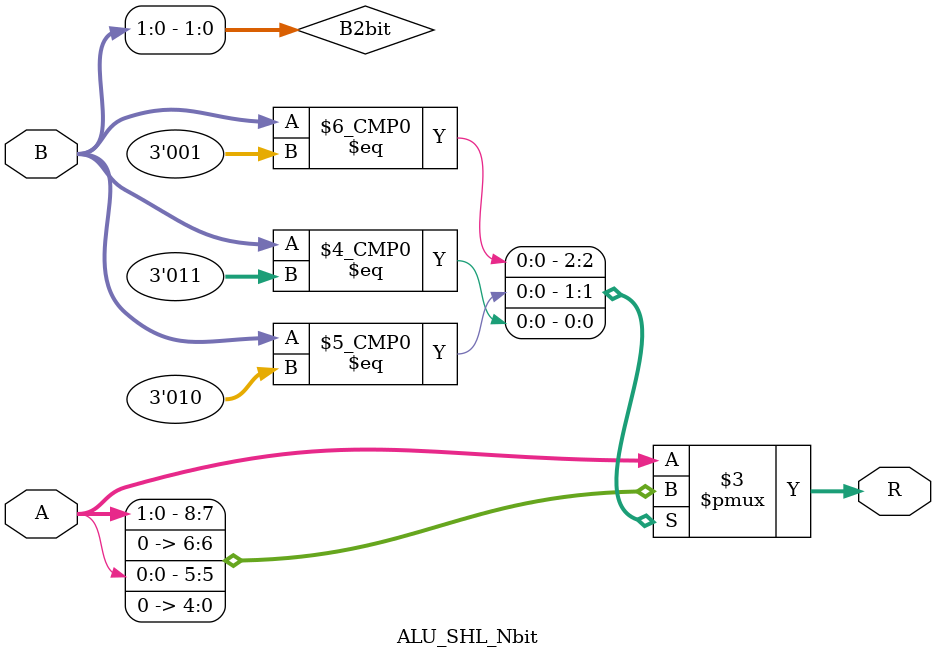
<source format=v>
module ALU_SHL_Nbit 
(
    input wire [2:0] A,B,  
    output reg [2:0] R
);

    wire [1:0] B2bit;
    assign B2bit = B[1:0];

    always @(*) begin
        case(B)
            2'b00: R = A;                     // No shift
            2'b01: R = {A[2:0], 1'b0};        // Left shift by 1 bit
            2'b10: R = {A[1:0], 2'b00};       // Left shift by 2 bits
            2'b11: R = {A[0], 3'b000};        // Left shift by 3 bits
            default: R = A;                   // Default case (no shift)
        endcase
    end
    
endmodule
</source>
